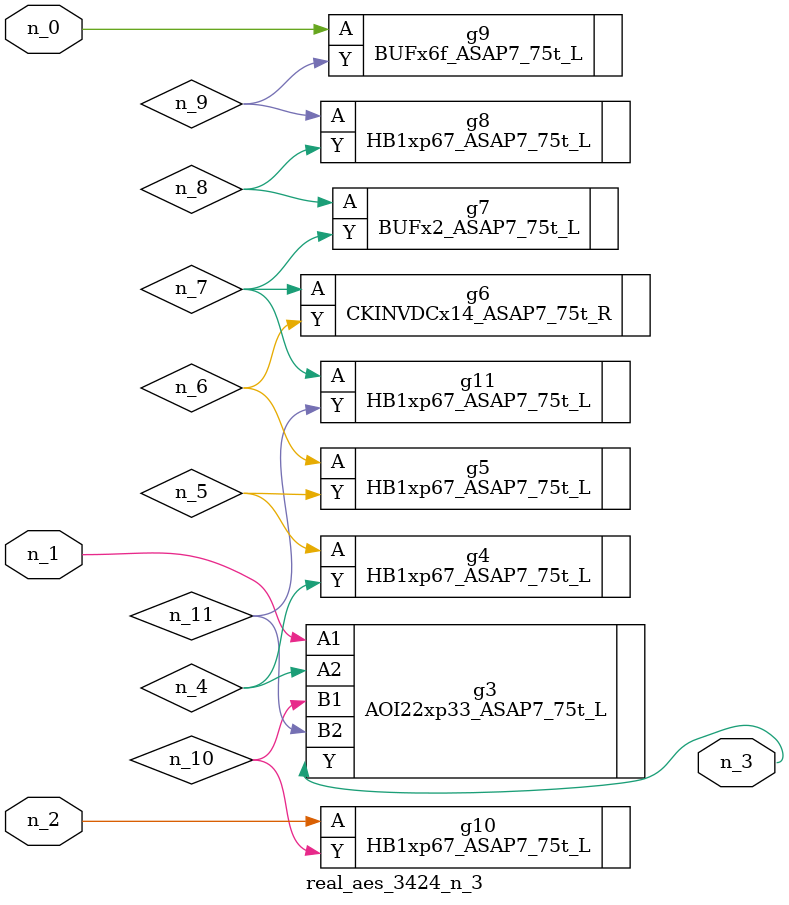
<source format=v>
module real_aes_3424_n_3 (n_0, n_2, n_1, n_3);
input n_0;
input n_2;
input n_1;
output n_3;
wire n_4;
wire n_5;
wire n_7;
wire n_8;
wire n_6;
wire n_9;
wire n_10;
wire n_11;
BUFx6f_ASAP7_75t_L g9 ( .A(n_0), .Y(n_9) );
AOI22xp33_ASAP7_75t_L g3 ( .A1(n_1), .A2(n_4), .B1(n_10), .B2(n_11), .Y(n_3) );
HB1xp67_ASAP7_75t_L g10 ( .A(n_2), .Y(n_10) );
HB1xp67_ASAP7_75t_L g4 ( .A(n_5), .Y(n_4) );
HB1xp67_ASAP7_75t_L g5 ( .A(n_6), .Y(n_5) );
CKINVDCx14_ASAP7_75t_R g6 ( .A(n_7), .Y(n_6) );
HB1xp67_ASAP7_75t_L g11 ( .A(n_7), .Y(n_11) );
BUFx2_ASAP7_75t_L g7 ( .A(n_8), .Y(n_7) );
HB1xp67_ASAP7_75t_L g8 ( .A(n_9), .Y(n_8) );
endmodule
</source>
